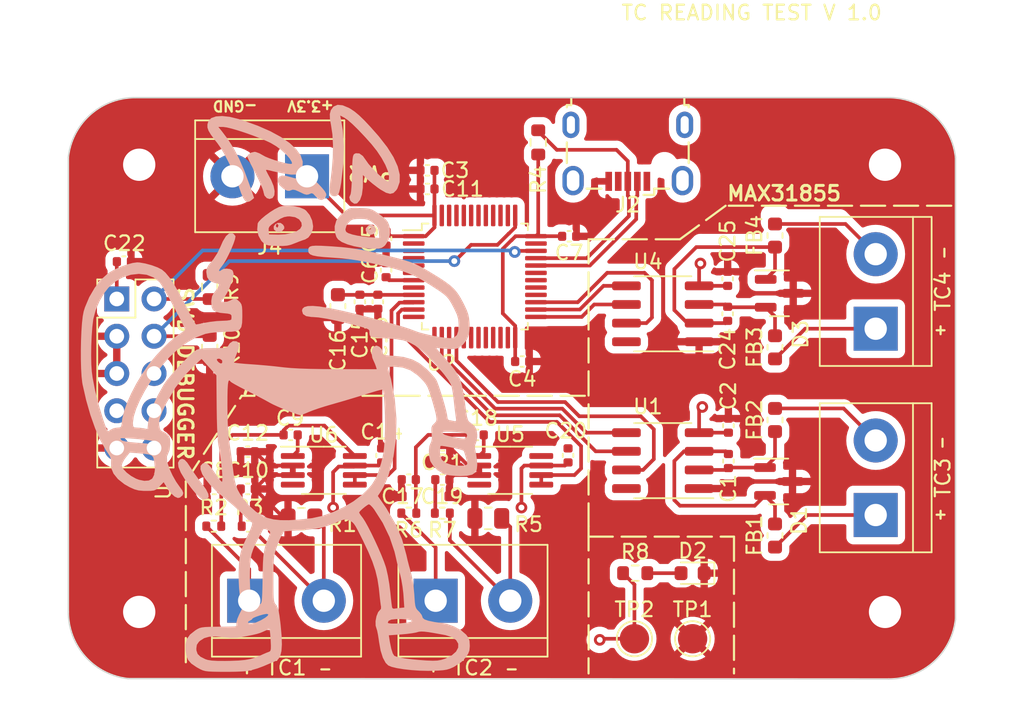
<source format=kicad_pcb>
(kicad_pcb (version 20221018) (generator pcbnew)
  (layers (0 "F.Cu" signal) (1 "In1.Cu" power "GND") (2 "In2.Cu" power "PWR") (31 "B.Cu" signal) (34 "B.Paste" user) (35 "F.Paste" user) (36 "B.SilkS" user "B.Silkscreen") (37 "F.SilkS" user "F.Silkscreen") (38 "B.Mask" user) (39 "F.Mask" user) (44 "Edge.Cuts" user))
  (net 0 "")
  (net 1 "Net-(U1-T+)")
  (net 2 "Net-(U1-T-)")
  (net 3 "+3.3V")
  (net 4 "GND")
  (net 5 "nRST")
  (net 6 "Net-(U6-+IN)")
  (net 7 "Net-(U6--IN)")
  (net 8 "Net-(U5-+IN)")
  (net 9 "Net-(U5--IN)")
  (net 10 "Net-(U4-T+)")
  (net 11 "Net-(U4-T-)")
  (net 12 "Net-(D2-A)")
  (net 13 "Net-(TC3-+)")
  (net 14 "Net-(TC3--)")
  (net 15 "Net-(TC4-+)")
  (net 16 "Net-(TC4--)")
  (net 18 "/D-")
  (net 19 "/D+")
  (net 22 "Net-(TC1--)")
  (net 23 "Net-(TC1-+)")
  (net 24 "Net-(TC2--)")
  (net 25 "Net-(TC2-+)")
  (net 26 "SWDIO")
  (net 27 "SWCLK")
  (net 28 "SCK_1")
  (net 29 "nCS_1")
  (net 30 "TC_digital_1")
  (net 37 "TC_Out1")
  (net 38 "TC_Out2")
  (net 47 "nCS_2")
  (net 48 "SCK_2")
  (net 49 "TC_digital_2")
  (footprint "Resistor_SMD:R_0805_2012Metric" (layer "F.Cu") (at 149.5063 110.4646)
    (fp_text reference "R5")
    (fp_text value "1M")
  )
  (footprint "Resistor_SMD:R_0402_1005Metric" (layer "F.Cu") (at 146.3776 110.109 180)
    (fp_text reference "R7")
    (fp_text value "100")
  )
  (footprint "MountingHole:MountingHole_2.2mm_M2" (layer "F.Cu") (at 125.73 116.84)
    (fp_text reference "REF**" hide)
    (fp_text value "MountingHole_2.2mm_M2")
  )
  (footprint "TerminalBlock:TerminalBlock_bornier-2_P5.08mm" (layer "F.Cu") (at 145.923 116.078)
    (fp_text reference "TC2")
    (fp_text value "Thermocouple")
  )
  (footprint "TerminalBlock:TerminalBlock_bornier-2_P5.08mm" (layer "F.Cu") (at 133.223 116.078)
    (fp_text reference "TC1")
    (fp_text value "Thermocouple")
  )
  (footprint "TestPoint:TestPoint_Pad_D2.0mm" (layer "F.Cu") (at 159.4612 118.6688)
    (fp_text reference "TP2")
    (fp_text value "TestPoint")
  )
  (footprint "Capacitor_SMD:C_0402_1005Metric" (layer "F.Cu") (at 130.838 108.458)
    (fp_text reference "C8")
    (fp_text value "100nF")
  )
  (footprint "MountingHole:MountingHole_2.2mm_M2" (layer "F.Cu") (at 176.53 116.84)
    (fp_text reference "REF**" hide)
    (fp_text value "MountingHole_2.2mm_M2")
  )
  (footprint "Inductor_SMD:L_0603_1608Metric" (layer "F.Cu") (at 169.037 98.806 90)
    (fp_text reference "FB3")
    (fp_text value "FerriteBead_Small")
  )
  (footprint "Capacitor_SMD:C_0402_1005Metric" (layer "F.Cu") (at 155.0162 91.2368)
    (fp_text reference "C7")
    (fp_text value "100nF")
  )
  (footprint "Connector_PinHeader_2.54mm:PinHeader_2x05_P2.54mm_Vertical" (layer "F.Cu") (at 124.201 95.509)
    (fp_text reference "U3")
    (fp_text value "~")
  )
  (footprint "Capacitor_SMD:C_0603_1608Metric" (layer "F.Cu") (at 139.2628 95.9944 -90)
    (fp_text reference "C16")
    (fp_text value "1uF")
  )
  (footprint "Resistor_SMD:R_0402_1005Metric" (layer "F.Cu") (at 133.223 110.998 180)
    (fp_text reference "R3")
    (fp_text value "100")
  )
  (footprint "Package_SO:MSOP-8_3x3mm_P0.65mm" (layer "F.Cu") (at 151.003 107.188)
    (fp_text reference "U5")
    (fp_text value "~")
  )
  (footprint "TerminalBlock:TerminalBlock_bornier-2_P5.08mm" (layer "F.Cu") (at 175.895 97.536 90)
    (fp_text reference "TC4")
    (fp_text value "Thermocouple")
  )
  (footprint "Capacitor_SMD:C_0402_1005Metric" (layer "F.Cu") (at 136.045 104.775)
    (fp_text reference "C9")
    (fp_text value "100nF")
  )
  (footprint "Capacitor_SMD:C_0402_1005Metric" (layer "F.Cu") (at 165.862 104.1426 90)
    (fp_text reference "C2")
    (fp_text value "100nF")
  )
  (footprint "Resistor_SMD:R_0402_1005Metric" (layer "F.Cu") (at 130.808 110.998)
    (fp_text reference "R2")
    (fp_text value "100")
  )
  (footprint "Capacitor_SMD:C_0402_1005Metric" (layer "F.Cu") (at 146.4056 105.4862 180)
    (fp_text reference "C21")
    (fp_text value "100nF")
  )
  (footprint "Capacitor_SMD:C_0402_1005Metric" (layer "F.Cu") (at 154.94 106.172 90)
    (fp_text reference "C20")
    (fp_text value "100nF")
  )
  (footprint "Resistor_SMD:R_0603_1608Metric" (layer "F.Cu") (at 152.908 84.836 90)
    (fp_text reference "R4")
    (fp_text value "1k5")
  )
  (footprint "Capacitor_SMD:C_0402_1005Metric" (layer "F.Cu") (at 133.1214 105.918 180)
    (fp_text reference "C12")
    (fp_text value "100nF")
  )
  (footprint "Capacitor_SMD:C_0402_1005Metric" (layer "F.Cu") (at 165.8112 94.135 90)
    (fp_text reference "C25")
    (fp_text value "100nF")
  )
  (footprint "Resistor_SMD:R_0603_1608Metric" (layer "F.Cu") (at 159.512 114.1984 180)
    (fp_text reference "R8")
    (fp_text value "1k5")
  )
  (footprint "TerminalBlock:TerminalBlock_bornier-2_P5.08mm" (layer "F.Cu") (at 137.16 87.1474 180)
    (fp_text reference "J4")
    (fp_text value "Conn_01x02_Pin")
  )
  (footprint "Resistor_SMD:R_0402_1005Metric" (layer "F.Cu") (at 144.0916 110.109)
    (fp_text reference "R6")
    (fp_text value "100")
  )
  (footprint "MountingHole:MountingHole_2.2mm_M2" (layer "F.Cu") (at 125.73 86.36)
    (fp_text reference "REF**" hide)
    (fp_text value "MountingHole_2.2mm_M2")
  )
  (footprint "TestPoint:TestPoint_Pad_D2.0mm" (layer "F.Cu") (at 163.4236 118.6688)
    (fp_text reference "TP1")
    (fp_text value "TestPoint")
  )
  (footprint "Capacitor_SMD:C_0402_1005Metric" (layer "F.Cu") (at 142.5448 93.5456 90)
    (fp_text reference "C6")
    (fp_text value "100nF")
  )
  (footprint "Capacitor_SMD:C_0402_1005Metric" (layer "F.Cu") (at 144.0916 107.823)
    (fp_text reference "C17")
    (fp_text value "100nF")
  )
  (footprint "Capacitor_SMD:C_0402_1005Metric" (layer "F.Cu") (at 145.3642 88.011 180)
    (fp_text reference "C11")
    (fp_text value "100nF")
  )
  (footprint "Capacitor_SMD:C_0402_1005Metric" (layer "F.Cu") (at 165.862 106.5556 -90)
    (fp_text reference "C1")
    (fp_text value "10nF")
  )
  (footprint "Package_QFP:LQFP-48_7x7mm_P0.5mm" (layer "F.Cu") (at 148.59 93.98)
    (fp_text reference "U2")
    (fp_text value "~")
  )
  (footprint "LED_SMD:LED_0603_1608Metric" (layer "F.Cu") (at 163.4236 114.1984 180)
    (fp_text reference "D2")
    (fp_text value "LED")
  )
  (footprint "Capacitor_SMD:C_0402_1005Metric" (layer "F.Cu") (at 141.986 95.6994 -90)
    (fp_text reference "C13")
    (fp_text value "10nF")
  )
  (footprint "Capacitor_SMD:C_0402_1005Metric" (layer "F.Cu") (at 142.5448 91.3892 -90)
    (fp_text reference "C5")
    (fp_text value "100nF")
  )
  (footprint "Capacitor_SMD:C_0402_1005Metric" (layer "F.Cu") (at 165.8112 96.52 -90)
    (fp_text reference "C24")
    (fp_text value "10nF")
  )
  (footprint "Inductor_SMD:L_0603_1608Metric" (layer "F.Cu") (at 169.037 91.186 -90)
    (fp_text reference "FB4")
    (fp_text value "FerriteBead_Small")
  )
  (footprint "Package_SO:MSOP-8_3x3mm_P0.65mm" (layer "F.Cu") (at 138.303 107.188)
    (fp_text reference "U6")
    (fp_text value "~")
  )
  (footprint "Package_SO:SOIC-8_3.9x4.9mm_P1.27mm" (layer "F.Cu") (at 161.3916 106.5276 180)
    (fp_text reference "U1")
    (fp_text value "~")
  )
  (footprint "Capacitor_SMD:C_0402_1005Metric" (layer "F.Cu") (at 140.7614 95.6994 -90)
    (fp_text reference "C15")
    (fp_text value "100nF")
  )
  (footprint "Package_SO:SOIC-8_3.9x4.9mm_P1.27mm" (layer "F.Cu") (at 161.3916 96.52 180)
    (fp_text reference "U4")
    (fp_text value "~")
  )
  (footprint "Package_TO_SOT_SMD:SOT-23" (layer "F.Cu") (at 169.291 107.95)
    (fp_text reference "D1")
    (fp_text value "SZNUP2105L")
  )
  (footprint "Resistor_SMD:R_0603_1608Metric" (layer "F.Cu") (at 130.5306 94.6912 -90)
    (fp_text reference "R9")
    (fp_text value "100k")
  )
  (footprint "Resistor_SMD:R_0805_2012Metric" (layer "F.Cu") (at 136.779 110.49)
    (fp_text reference "R1")
    (fp_text value "1M")
  )
  (footprint "Connector_USB:USB_Micro-B_Wuerth_629105150521" (layer "F.Cu") (at 159.009 85.591 180)
    (fp_text reference "J2")
    (fp_text value "USB_B_Micro")
  )
  (footprint "Capacitor_SMD:C_0402_1005Metric" (layer "F.Cu") (at 124.6886 92.964 180)
    (fp_text reference "C22")
    (fp_text value "500nF")
  )
  (footprint "Resistor_SMD:R_0603_1608Metric" (layer "F.Cu") (at 130.5306 98.8568 90)
    (fp_text reference "R10")
    (fp_text value "100k")
  )
  (footprint "Capacitor_SMD:C_0402_1005Metric" (layer "F.Cu") (at 151.8158 99.7712)
    (fp_text reference "C4")
    (fp_text value "100nF")
  )
  (footprint "Package_TO_SOT_SMD:SOT-23" (layer "F.Cu") (at 169.3395 95.123)
    (fp_text reference "D3")
    (fp_text value "SZNUP2105L")
  )
  (footprint "Capacitor_SMD:C_0402_1005Metric" (layer "F.Cu") (at 142.24 106.172 90)
    (fp_text reference "C14")
    (fp_text value "100nF")
  )
  (footprint "Capacitor_SMD:C_0402_1005Metric" (layer "F.Cu") (at 148.717 104.775)
    (fp_text reference "C18")
    (fp_text value "100nF")
  )
  (footprint "Inductor_SMD:L_0603_1608Metric" (layer "F.Cu") (at 169.037 111.633 90)
    (fp_text reference "FB1")
    (fp_text value "FerriteBead_Small")
  )
  (footprint "Inductor_SMD:L_0603_1608Metric" (layer "F.Cu") (at 169.037 103.759 -90)
    (fp_text reference "FB2")
    (fp_text value "FerriteBead_Small")
  )
  (footprint "MountingHole:MountingHole_2.2mm_M2" (layer "F.Cu") (at 176.53 86.36)
    (fp_text reference "REF**" hide)
    (fp_text value "MountingHole_2.2mm_M2")
  )
  (footprint "Capacitor_SMD:C_0402_1005Metric" (layer "F.Cu") (at 133.124 108.458)
    (fp_text reference "C10")
    (fp_text value "100nF")
  )
  (footprint "Capacitor_SMD:C_0402_1005Metric" (layer "F.Cu") (at 145.3642 86.741 180)
    (fp_text reference "C3")
    (fp_text value "10uF")
  )
  (footprint "Capacitor_SMD:C_0402_1005Metric" (layer "F.Cu") (at 146.3776 107.823)
    (fp_text reference "C19")
    (fp_text value "100nF")
  )
  (footprint "TerminalBlock:TerminalBlock_bornier-2_P5.08mm" (layer "F.Cu") (at 175.895 110.236 90)
    (fp_text reference "TC3")
    (fp_text value "Thermocouple")
  )
  (footprint "me:petr" (layer "B.Cu") (at 137.748883 103.850568 180)
    (fp_text reference "G***" hide)
    (fp_text value "LOGO" hide)
  )
  (gr_line (start 156.337 111.7092) (end 166.243 111.7092) (stroke (width 0.15) (type dash)) (layer "F.SilkS"))
  (gr_line (start 165.6715 89.154) (end 162.56 91.44) (stroke (width 0.15) (type dash)) (layer "F.SilkS"))
  (gr_line (start 156.083 102.108) (end 132.715 102.108) (stroke (width 0.15) (type dash)) (layer "F.SilkS"))
  (gr_line (start 128.905 120.269) (end 128.905 107.95) (stroke (width 0.15) (type dash)) (layer "F.SilkS"))
  (gr_line (start 166.243 111.7092) (end 166.243 121.031) (stroke (width 0.15) (type dash)) (layer "F.SilkS"))
  (gr_line (start 162.56 91.44) (end 156.21 91.44) (stroke (width 0.15) (type dash)) (layer "F.SilkS"))
  (gr_line (start 156.337 110.998) (end 156.337 121.031) (stroke (width 0.15) (type dash)) (layer "F.SilkS"))
  (gr_line (start 181.0385 89.154) (end 165.6715 89.154) (stroke (width 0.15) (type dash)) (layer "F.SilkS"))
  (gr_line (start 128.905 107.95) (end 132.715 102.108) (stroke (width 0.15) (type dash)) (layer "F.SilkS"))
  (gr_line (start 156.337 91.44) (end 156.337 110.998) (stroke (width 0.15) (type dash)) (layer "F.SilkS"))
  (gr_arc (start 124.971107 121.384036) (mid 122.069275 119.889165) (end 120.904 116.84) (stroke (width 0.1)) (layer "Edge.Cuts"))
  (gr_arc (start 120.904 85.855107) (mid 122.398871 82.953275) (end 125.448036 81.788) (stroke (width 0.1)) (layer "Edge.Cuts"))
  (gr_line (start 125.448036 81.788) (end 176.784 81.788) (stroke (width 0.1)) (layer "Edge.Cuts"))
  (gr_arc (start 181.328036 117.344893) (mid 179.833165 120.246725) (end 176.784 121.412) (stroke (width 0.1)) (layer "Edge.Cuts"))
  (gr_line (start 176.784 121.412) (end 124.971107 121.384036) (stroke (width 0.1)) (layer "Edge.Cuts"))
  (gr_line (start 181.328036 85.852) (end 181.328036 117.344893) (stroke (width 0.1)) (layer "Edge.Cuts"))
  (gr_arc (start 176.784 81.788) (mid 179.833013 82.951227) (end 181.328036 85.852) (stroke (width 0.1)) (layer "Edge.Cuts"))
  (gr_line (start 120.904 85.855107) (end 120.904 116.84) (stroke (width 0.1)) (layer "Edge.Cuts"))
  (gr_text "PWR" (at 143.256 86.36 180) (layer "F.SilkS") (effects (font (size 1 1) (thickness 0.2) bold) (justify left bottom)))
  (gr_text "+" (at 180.848 97.282 180) (layer "F.SilkS") (effects (font (size 0.7 0.7) (thickness 0.153) bold) (justify left bottom)))
  (gr_text "MAX31855" (at 165.6715 88.9) (layer "F.SilkS") (effects (font (size 1 1) (thickness 0.2) bold) (justify left bottom)))
  (gr_text "-" (at 180.086 104.775 -90) (layer "F.SilkS") (effects (font (size 0.7 0.7) (thickness 0.153) bold) (justify left bottom)))
  (gr_text "AD8495" (at 132.715 102.108) (layer "F.SilkS") (effects (font (size 1 1) (thickness 0.2) bold) (justify left bottom)))
  (gr_text "-" (at 138.938 120.396 180) (layer "F.SilkS") (effects (font (size 0.7 0.7) (thickness 0.153) bold) (justify left bottom)))
  (gr_text "TC READING TEST V 1.0" (at 158.496 76.581) (layer "F.SilkS") (effects (font (size 1 1)) (justify left bottom)))
  (gr_text "SWD DEBUGGER" (at 128.27 100.589 270) (layer "F.SilkS") (effects (font (size 1 1) (thickness 0.2) bold) (justify bottom)))
  (gr_text "+" (at 146.304 120.269 180) (layer "F.SilkS") (effects (font (size 0.7 0.7) (thickness 0.153) bold) (justify left bottom)))
  (gr_text "+" (at 133.604 120.396 180) (layer "F.SilkS") (effects (font (size 0.7 0.7) (thickness 0.153) bold) (justify left bottom)))
  (gr_text "+3.3V" (at 139.065 81.9404 180) (layer "F.SilkS") (effects (font (size 0.7 0.7) (thickness 0.153) bold) (justify left bottom)))
  (gr_text "-GND" (at 133.858 81.9404 180) (layer "F.SilkS") (effects (font (size 0.7 0.7) (thickness 0.153) bold) (justify left bottom)))
  (gr_text "+" (at 180.848 109.855 180) (layer "F.SilkS") (effects (font (size 0.7 0.7) (thickness 0.153) bold) (justify left bottom)))
  (gr_text "-" (at 180.213 91.821 -90) (layer "F.SilkS") (effects (font (size 0.7 0.7) (thickness 0.153) bold) (justify left bottom)))
  (gr_text "-" (at 151.638 120.396 180) (layer "F.SilkS") (effects (font (size 0.7 0.7) (thickness 0.153) bold) (justify left bottom)))
  (segment (start 163.8666 105.8926) (end 165.679 105.8926) (width 0.25) (layer "F.Cu") (net 1))
  (segment (start 163.8666 105.8926) (end 162.8394 105.8926) (width 0.25) (layer "F.Cu") (net 1))
  (segment (start 162.8394 105.8926) (end 162.179 106.553) (width 0.25) (layer "F.Cu") (net 1))
  (segment (start 162.179 106.553) (end 162.179 109.22) (width 0.25) (layer "F.Cu") (net 1))
  (segment (start 167.6525 109.601) (end 168.3535 108.9) (width 0.25) (layer "F.Cu") (net 1))
  (segment (start 162.179 109.22) (end 162.56 109.601) (width 0.25) (layer "F.Cu") (net 1))
  (segment (start 165.679 105.8926) (end 165.862 106.0756) (width 0.25) (layer "F.Cu") (net 1))
  (segment (start 169.037 109.5835) (end 168.3535 108.9) (width 0.25) (layer "F.Cu") (net 1))
  (segment (start 169.037 110.8455) (end 169.037 109.5835) (width 0.25) (layer "F.Cu") (net 1))
  (segment (start 162.56 109.601) (end 167.6525 109.601) (width 0.25) (layer "F.Cu") (net 1))
  (segment (start 163.8666 107.1626) (end 165.735 107.1626) (width 0.25) (layer "F.Cu") (net 2))
  (segment (start 165.862 107.0356) (end 165.8976 107) (width 0.25) (layer "F.Cu") (net 2))
  (segment (start 165.735 107.1626) (end 165.862 107.0356) (width 0.25) (layer "F.Cu") (net 2))
  (segment (start 169.037 106.3165) (end 168.3535 107) (width 0.25) (layer "F.Cu") (net 2))
  (segment (start 169.037 104.5465) (end 169.037 106.3165) (width 0.25) (layer "F.Cu") (net 2))
  (segment (start 165.8976 107) (end 168.3535 107) (width 0.25) (layer "F.Cu") (net 2))
  (segment (start 139.2734 95.23) (end 139.2628 95.2194) (width 0.25) (layer "F.Cu") (net 3))
  (segment (start 163.8666 94.615) (end 163.8666 93.1814) (width 0.25) (layer "F.Cu") (net 3))
  (segment (start 140.3445 106.934) (end 140.4155 106.863) (width 0.25) (layer "F.Cu") (net 3))
  (segment (start 154.729 106.863) (end 154.94 106.652) (width 0.25) (layer "F.Cu") (net 3))
  (segment (start 139.319 106.934) (end 140.3445 106.934) (width 0.25) (layer "F.Cu") (net 3))
  (segment (start 151.963 106.863) (end 153.1155 106.863) (width 0.25) (layer "F.Cu") (net 3))
  (segment (start 153.1155 106.863) (end 154.729 106.863) (width 0.25) (layer "F.Cu") (net 3))
  (segment (start 151.765 109.728) (end 151.765 107.061) (width 0.25) (layer "F.Cu") (net 3))
  (segment (start 138.938 109.728) (end 138.938 107.315) (width 0.25) (layer "F.Cu") (net 3))
  (segment (start 151.34 97.339315) (end 151.34 98.1425) (width 0.25) (layer "F.Cu") (net 3))
  (segment (start 165.862 104.6226) (end 163.8666 104.6226) (width 0.25) (layer "F.Cu") (net 3))
  (segment (start 145.84 89.8175) (end 139.8301 89.8175) (width 0.25) (layer "F.Cu") (net 3))
  (segment (start 140.4155 106.863) (end 142.029 106.863) (width 0.25) (layer "F.Cu") (net 3))
  (segment (start 151.34 98.1425) (end 151.34 99.767) (width 0.25) (layer "F.Cu") (net 3))
  (segment (start 152.7525 91.23) (end 151.367081 91.23) (width 0.25) (layer "F.Cu") (net 3))
  (segment (start 163.8666 103.0874) (end 163.8666 104.6226) (width 0.25) (layer "F.Cu") (net 3))
  (segment (start 150.495 96.494315) (end 151.34 97.339315) (width 0.25) (layer "F.Cu") (net 3))
  (segment (start 145.244 91.23) (end 145.84 90.634) (width 0.25) (layer "F.Cu") (net 3))
  (segment (start 151.765 107.061) (end 151.963 106.863) (width 0.25) (layer "F.Cu") (net 3))
  (segment (start 158.687 114.1984) (end 159.4612 114.9726) (width 0.25) (layer "F.Cu") (net 3))
  (segment (start 152.908 85.661) (end 152.908 91.0745) (width 0.25) (layer "F.Cu") (net 3))
  (segment (start 152.7525 91.23) (end 154.5294 91.23) (width 0.25) (layer "F.Cu") (net 3))
  (segment (start 151.092081 91.505) (end 151.083695 91.505) (width 0.25) (layer "F.Cu") (net 3))
  (segment (start 157.1752 118.6688) (end 157.099 118.745) (width 0.25) (layer "F.Cu") (net 3))
  (segment (start 159.4612 114.9726) (end 159.4612 118.6688) (width 0.25) (layer "F.Cu") (net 3))
  (segment (start 138.938 107.315) (end 139.319 106.934) (width 0.25) (layer "F.Cu") (net 3))
  (segment (start 139.8301 89.8175) (end 137.16 87.1474) (width 0.25) (layer "F.Cu") (net 3))
  (segment (start 144.4275 95.23) (end 139.2734 95.23) (width 0.25) (layer "F.Cu") (net 3))
  (segment (start 159.4612 118.6688) (end 157.1752 118.6688) (width 0.25) (layer "F.Cu") (net 3))
  (segment (start 142.8656 91.23) (end 142.5448 90.9092) (width 0.25) (layer "F.Cu") (net 3))
  (segment (start 144.4275 91.23) (end 145.244 91.23) (width 0.25) (layer "F.Cu") (net 3))
  (segment (start 151.34 99.767) (end 151.3358 99.7712) (width 0.25) (layer "F.Cu") (net 3))
  (segment (start 154.5294 91.23) (end 154.5362 91.2368) (width 0.25) (layer "F.Cu") (net 3))
  (segment (start 145.84 86.7452) (end 145.8442 86.741) (width 0.25) (layer "F.Cu") (net 3))
  (segment (start 142.029 106.863) (end 142.24 106.652) (width 0.25) (layer "F.Cu") (net 3))
  (segment (start 144.4275 91.23) (end 142.8656 91.23) (width 0.25) (layer "F.Cu") (net 3))
  (segment (start 124.201 95.509) (end 124.201 92.9716) (width 0.25) (layer "F.Cu") (net 3))
  (segment (start 145.84 89.8175) (end 145.84 86.7452) (width 0.25) (layer "F.Cu") (net 3))
  (segment (start 145.84 90.634) (end 145.84 89.8175) (width 0.25) (layer "F.Cu") (net 3))
  (segment (start 151.367081 91.23) (end 151.092081 91.505) (width 0.25) (layer "F.Cu") (net 3))
  (segment (start 164.084 102.87) (end 163.8666 103.0874) (width 0.25) (layer "F.Cu") (net 3))
  (segment (start 163.8666 94.615) (end 165.8112 94.615) (width 0.25) (layer "F.Cu") (net 3))
  (segment (start 163.8666 93.1814) (end 163.957 93.091) (width 0.25) (layer "F.Cu") (net 3))
  (segment (start 124.201 92.9716) (end 124.2086 92.964) (width 0.25) (layer "F.Cu") (net 3))
  (segment (start 151.083695 91.505) (end 150.495 92.093695) (width 0.25) (layer "F.Cu") (net 3))
  (segment (start 150.495 92.093695) (end 150.495 96.494315) (width 0.25) (layer "F.Cu") (net 3))
  (segment (start 152.908 91.0745) (end 152.7525 91.23) (width 0.25) (layer "F.Cu") (net 3))
  (via blind (at 164.084 102.87) (size 0.8) (drill 0.4) (layers "F.Cu" "In2.Cu") (net 3))
  (via blind (at 151.765 109.728) (size 0.8) (drill 0.4) (layers "F.Cu" "In2.Cu") (net 3))
  (via blind (at 138.938 109.728) (size 0.8) (drill 0.4) (layers "F.Cu" "In2.Cu") (net 3))
  (via blind (at 157.099 118.745) (size 0.8) (drill 0.4) (layers "F.Cu" "In2.Cu") (net 3))
  (via blind (at 163.957 93.091) (size 0.8) (drill 0.4) (layers "F.Cu" "In2.Cu") (net 3))
  (segment (start 133.6014 105.918) (end 134.5464 106.863) (width 0.25) (layer "F.Cu") (net 4))
  (segment (start 147.1676 107.513) (end 148.8905 107.513) (width 0.25) (layer "F.Cu") (net 4))
  (segment (start 146.8856 105.621641) (end 148.126959 106.863) (width 0.25) (layer "F.Cu") (net 4))
  (segment (start 135.636 110.49) (end 135.8665 110.49) (width 0.25) (layer "F.Cu") (net 4))
  (segment (start 134.549 107.513) (end 136.1905 107.513) (width 0.25) (layer "F.Cu") (net 4))
  (segment (start 133.604 108.458) (end 135.636 110.49) (width 0.25) (layer "F.Cu") (net 4))
  (segment (start 146.8856 105.4862) (end 146.8856 105.621641) (width 0.25) (layer "F.Cu") (net 4))
  (segment (start 136.1905 106.863) (end 136.1905 107.513) (width 0.25) (layer "F.Cu") (net 4))
  (segment (start 146.8576 107.823) (end 147.1676 107.513) (width 0.25) (layer "F.Cu") (net 4))
  (segment (start 133.604 108.458) (end 134.549 107.513) (width 0.25) (layer "F.Cu") (net 4))
  (segment (start 148.8905 107.513) (end 148.8905 106.863) (width 0.25) (layer "F.Cu") (net 4))
  (segment (start 148.126959 106.863) (end 148.8905 106.863) (width 0.25) (layer "F.Cu") (net 4))
  (segment (start 134.5464 106.863) (end 136.1905 106.863) (width 0.25) (layer "F.Cu") (net 4))
  (segment (start 142.7492 94.23) (end 142.5448 94.0256) (width 0.25) (layer "F.Cu") (net 5))
  (segment (start 144.4275 94.23) (end 142.7492 94.23) (width 0.25) (layer "F.Cu") (net 5))
  (segment (start 131.318 105.537) (end 132.08 104.775) (width 0.25) (layer "F.Cu") (net 6))
  (segment (start 135.565 104.775) (end 135.565 104.465) (width 0.25) (layer "F.Cu") (net 6))
  (segment (start 135.89 104.14) (end 138.3425 104.14) (width 0.25) (layer "F.Cu") (net 6))
  (segment (start 138.3425 104.14) (end 140.4155 106.213) (width 0.25) (layer "F.Cu") (net 6))
  (segment (start 131.318 110.998) (end 131.318 108.458) (width 0.25) (layer "F.Cu") (net 6))
  (segment (start 131.318 108.458) (end 131.318 105.537) (width 0.25) (layer "F.Cu") (net 6))
  (segment (start 132.08 104.775) (end 135.565 104.775) (width 0.25) (layer "F.Cu") (net 6))
  (segment (start 135.565 104.465) (end 135.89 104.14) (width 0.25) (layer "F.Cu") (net 6))
  (segment (start 136.525 104.775) (end 136.525 105.8785) (width 0.25) (layer "F.Cu") (net 7))
  (segment (start 132.644 108.458) (end 132.644 110.929) (width 0.25) (layer "F.Cu") (net 7))
  (segment (start 132.644 110.929) (end 132.713 110.998) (width 0.25) (layer "F.Cu") (net 7))
  (segment (start 136.525 105.8785) (end 136.1905 106.213) (width 0.25) (layer "F.Cu") (net 7))
  (segment (start 144.5716 107.823) (end 144.5716 110.079) (width 0.25) (layer "F.Cu") (net 8))
  (segment (start 144.5716 105.6184) (end 145.415 104.775) (width 0.25) (layer "F.Cu") (net 8))
  (segment (start 145.415 104.775) (end 148.237 104.775) (width 0.25) (layer "F.Cu") (net 8))
  (segment (start 144.5716 107.823) (end 144.5716 105.6184) (width 0.25) (layer "F.Cu") (net 8))
  (segment (start 144.5716 110.079) (end 144.6016 110.109) (width 0.25) (layer "F.Cu") (net 8))
  (segment (start 149.197 104.775) (end 149.197 105.9065) (width 0.25) (layer "F.Cu") (net 9))
  (segment (start 145.8976 107.823) (end 145.8976 110.079) (width 0.25) (layer "F.Cu") (net 9))
  (segment (start 149.197 105.9065) (end 148.8905 106.213) (width 0.25) (layer "F.Cu") (net 9))
  (segment (start 145.8976 110.079) (end 145.8676 110.109) (width 0.25) (layer "F.Cu") (net 9))
  (segment (start 163.8666 95.885) (end 165.6562 95.885) (width 0.25) (layer "F.Cu") (net 10))
  (segment (start 165.6562 95.885) (end 165.8112 96.04) (width 0.25) (layer "F.Cu") (net 10))
  (segment (start 169.037 98.0185) (end 169.037 96.708) (width 0.25) (layer "F.Cu") (net 10))
  (segment (start 165.8112 96.04) (end 165.8442 96.073) (width 0.25) (layer "F.Cu") (net 10))
  (segment (start 169.037 96.708) (end 168.402 96.073) (width 0.25) (layer "F.Cu") (net 10))
  (segment (start 165.8442 96.073) (end 168.402 96.073) (width 0.25) (layer "F.Cu") (net 10))
  (segment (start 162.179 96.266) (end 163.068 97.155) (width 0.25) (layer "F.Cu") (net 11))
  (segment (start 163.8666 97.155) (end 165.6562 97.155) (width 0.25) (layer "F.Cu") (net 11))
  (segment (start 162.179 93.472) (end 162.179 96.266) (width 0.25) (layer "F.Cu") (net 11))
  (segment (start 168.402 94.173) (end 169.037 93.538) (width 0.25) (layer "F.Cu") (net 11))
  (segment (start 163.6775 91.9735) (end 162.179 93.472) (width 0.25) (layer "F.Cu") (net 11))
  (segment (start 163.068 97.155) (end 163.8666 97.155) (width 0.25) (layer "F.Cu") (net 11))
  (segment (start 169.037 93.538) (end 169.037 91.9735) (width 0.25) (layer "F.Cu") (net 11))
  (segment (start 165.6562 97.155) (end 165.8112 97) (width 0.25) (layer "F.Cu") (net 11))
  (segment (start 169.037 91.9735) (end 163.6775 91.9735) (width 0.25) (layer "F.Cu") (net 11))
  (segment (start 160.337 114.1984) (end 162.6361 114.1984) (width 0.25) (layer "F.Cu") (net 12))
  (segment (start 171.2215 110.236) (end 175.895 110.236) (width 0.25) (layer "F.Cu") (net 13))
  (segment (start 169.037 112.4205) (end 171.2215 110.236) (width 0.25) (layer "F.Cu") (net 13))
  (segment (start 173.7105 102.9715) (end 175.895 105.156) (width 0.25) (layer "F.Cu") (net 14))
  (segment (start 169.037 102.9715) (end 173.7105 102.9715) (width 0.25) (layer "F.Cu") (net 14))
  (segment (start 175.895 97.536) (end 171.0945 97.536) (width 0.25) (layer "F.Cu") (net 15))
  (segment (start 171.0945 97.536) (end 169.037 99.5935) (width 0.25) (layer "F.Cu") (net 15))
  (segment (start 169.037 90.3985) (end 173.8375 90.3985) (width 0.25) (layer "F.Cu") (net 16))
  (segment (start 173.8375 90.3985) (end 175.895 92.456) (width 0.25) (layer "F.Cu") (net 16))
  (segment (start 159.584 88.541001) (end 159.584 90.070554) (width 0.25) (layer "F.Cu") (net 18))
  (segment (start 159.659 87.491) (end 159.659 88.466001) (width 0.25) (layer "F.Cu") (net 18))
  (segment (start 159.659 88.466001) (end 159.584 88.541001) (width 0.25) (layer "F.Cu") (net 18))
  (segment (start 156.424554 93.23) (end 152.7525 93.23) (width 0.25) (layer "F.Cu") (net 18))
  (segment (start 159.584 90.070554) (end 156.424554 93.23) (width 0.25) (layer "F.Cu") (net 18))
  (segment (start 159.009 87.491) (end 159.009 88.466001) (width 0.25) (layer "F.Cu") (net 19))
  (segment (start 152.908 84.011) (end 152.908 84.074) (width 0.25) (layer "F.Cu") (net 19))
  (segment (start 154.178 85.344) (end 158.242 85.344) (width 0.25) (layer "F.Cu") (net 19))
  (segment (start 159.084 89.863446) (end 156.217446 92.73) (width 0.25) (layer "F.Cu") (net 19))
  (segment (start 156.217446 92.73) (end 152.7525 92.73) (width 0.25) (layer "F.Cu") (net 19))
  (segment (start 159.084 88.541001) (end 159.084 89.863446) (width 0.25) (layer "F.Cu") (net 19))
  (segment (start 159.009 88.466001) (end 159.084 88.541001) (width 0.25) (layer "F.Cu") (net 19))
  (segment (start 152.908 84.074) (end 154.178 85.344) (width 0.25) (layer "F.Cu") (net 19))
  (segment (start 159.009 86.111) (end 159.009 87.491) (width 0.25) (layer "F.Cu") (net 19))
  (segment (start 158.242 85.344) (end 159.009 86.111) (width 0.25) (layer "F.Cu") (net 19))
  (segment (start 137.6915 110.49) (end 138.303 111.1015) (width 0.25) (layer "F.Cu") (net 22))
  (segment (start 138.303 111.1015) (end 138.303 116.078) (width 0.25) (layer "F.Cu") (net 22))
  (segment (start 133.733 110.998) (end 133.733 111.508) (width 0.25) (layer "F.Cu") (net 22))
  (segment (start 133.733 111.508) (end 138.303 116.078) (width 0.25) (layer "F.Cu") (net 22))
  (segment (start 133.223 113.923) (end 133.223 116.078) (width 0.25) (layer "F.Cu") (net 23))
  (segment (start 131.953 116.078) (end 133.223 116.078) (width 0.25) (layer "F.Cu") (net 23))
  (segment (start 130.298 110.998) (end 133.223 113.923) (width 0.25) (layer "F.Cu") (net 23))
  (segment (start 146.8876 111.9626) (end 151.003 116.078) (width 0.25) (layer "F.Cu") (net 24))
  (segment (start 150.4188 110.4646) (end 151.003 111.0488) (width 0.25) (layer "F.Cu") (net 24))
  (segment (start 146.8876 110.109) (end 146.8876 111.9626) (width 0.25) (layer "F.Cu") (net 24))
  (segment (start 151.003 111.0488) (end 151.003 116.078) (width 0.25) (layer "F.Cu") (net 24))
  (segment (start 145.923 112.4504) (end 145.923 116.078) (width 0.25) (layer "F.Cu") (net 25))
  (segment (start 143.5816 110.109) (end 145.923 112.4504) (width 0.25) (layer "F.Cu") (net 25))
  (segment (start 130.5234 95.509) (end 130.5306 95.5162) (width 0.25) (layer "F.Cu") (net 26))
  (segment (start 151.383293 92.23) (end 152.7525 92.23) (width 0.25) (layer "F.Cu") (net 26))
  (segment (start 126.741 95.509) (end 130.5234 95.509) (width 0.25) (layer "F.Cu") (net 26))
  (segment (start 151.308986 92.304307) (end 151.383293 92.23) (width 0.25) (layer "F.Cu") (net 26))
  (via (at 151.308986 92.304307) (size 0.8) (drill 0.4) (layers "F.Cu" "B.Cu") (net 26))
  (segment (start 151.308986 92.304307) (end 151.206679 92.202) (width 0.25) (layer "B.Cu") (net 26))
  (segment (start 130.048 92.202) (end 126.741 95.509) (width 0.25) (layer "B.Cu") (net 26))
  (segment (start 151.206679 92.202) (end 130.048 92.202) (width 0.25) (layer "B.Cu") (net 26))
  (segment (start 150.131299 91.821) (end 150.897299 91.055) (width 0.25) (layer "F.Cu") (net 27))
  (segment (start 147.193 92.9265) (end 147.2305 92.9265) (width 0.25) (layer "F.Cu") (net 27))
  (segment (start 130.5134 98.049) (end 130.5306 98.0318) (width 0.25) (layer "F.Cu") (net 27))
  (segment (start 150.905685 91.055) (end 151.34 90.620685) (width 0.25) (layer "F.Cu") (net 27))
  (segment (start 126.741 98.049) (end 130.5134 98.049) (width 0.25) (layer "F.Cu") (net 27))
  (segment (start 148.336 91.821) (end 150.131299 91.821) (width 0.25) (layer "F.Cu") (net 27))
  (segment (start 147.2305 92.9265) (end 148.336 91.821) (width 0.25) (layer "F.Cu") (net 27))
  (segment (start 151.34 90.620685) (end 151.34 89.8175) (width 0.25) (layer "F.Cu") (net 27))
  (segment (start 150.897299 91.055) (end 150.905685 91.055) (width 0.25) (layer "F.Cu") (net 27))
  (via (at 147.193 92.9265) (size 0.8) (drill 0.4) (layers "F.Cu" "B.Cu") (net 27))
  (segment (start 131.8635 92.9265) (end 126.741 98.049) (width 0.25) (layer "B.Cu") (net 27))
  (segment (start 147.193 92.9265) (end 131.8635 92.9265) (width 0.25) (layer "B.Cu") (net 27))
  (segment (start 149.978792 102.986) (end 154.550792 102.986) (width 0.25) (layer "F.Cu") (net 28))
  (segment (start 156.187392 104.6226) (end 158.9166 104.6226) (width 0.25) (layer "F.Cu") (net 28))
  (segment (start 146.84 98.1425) (end 146.84 99.847208) (width 0.25) (layer "F.Cu") (net 28))
  (segment (start 146.84 99.847208) (end 149.978792 102.986) (width 0.25) (layer "F.Cu") (net 28))
  (segment (start 154.550792 102.986) (end 156.187392 104.6226) (width 0.25) (layer "F.Cu") (net 28))
  (segment (start 149.792396 103.436) (end 154.364396 103.436) (width 0.25) (layer "F.Cu") (net 29))
  (segment (start 146.34 98.1425) (end 146.34 99.983604) (width 0.25) (layer "F.Cu") (net 29))
  (segment (start 154.364396 103.436) (end 156.820996 105.8926) (width 0.25) (layer "F.Cu") (net 29))
  (segment (start 146.34 99.983604) (end 149.792396 103.436) (width 0.25) (layer "F.Cu") (net 29))
  (segment (start 156.820996 105.8926) (end 158.9166 105.8926) (width 0.25) (layer "F.Cu") (net 29))
  (segment (start 147.34 98.1425) (end 147.34 99.710812) (width 0.25) (layer "F.Cu") (net 30))
  (segment (start 160.782 106.426) (end 160.0454 107.1626) (width 0.25) (layer "F.Cu") (net 30))
  (segment (start 159.893 103.505) (end 160.782 104.394) (width 0.25) (layer "F.Cu") (net 30))
  (segment (start 160.0454 107.1626) (end 158.9166 107.1626) (width 0.25) (layer "F.Cu") (net 30))
  (segment (start 155.706188 103.505) (end 159.893 103.505) (width 0.25) (layer "F.Cu") (net 30))
  (segment (start 160.782 104.394) (end 160.782 106.426) (width 0.25) (layer "F.Cu") (net 30))
  (segment (start 150.165188 102.536) (end 154.737188 102.536) (width 0.25) (layer "F.Cu") (net 30))
  (segment (start 147.34 99.710812) (end 150.165188 102.536) (width 0.25) (layer "F.Cu") (net 30))
  (segment (start 154.737188 102.536) (end 155.706188 103.505) (width 0.25) (layer "F.Cu") (net 30))
  (segment (start 142.677 107.513) (end 143.129 107.061) (width 0.25) (layer "F.Cu") (net 37))
  (segment (start 140.4155 108.163) (end 140.4155 107.513) (width 0.25) (layer "F.Cu") (net 37))
  (segment (start 143.462919 95.755) (end 144.4025 95.755) (width 0.25) (layer "F.Cu") (net 37))
  (segment (start 143.129 105.156) (end 142.915 104.942) (width 0.25) (layer "F.Cu") (net 37))
  (segment (start 144.4025 95.755) (end 144.4275 95.73) (width 0.25) (layer "F.Cu") (net 37))
  (segment (start 143.129 107.061) (end 143.129 105.156) (width 0.25) (layer "F.Cu") (net 37))
  (segment (start 140.4155 107.513) (end 142.677 107.513) (width 0.25) (layer "F.Cu") (net 37))
  (segment (start 142.915 96.302919) (end 143.462919 95.755) (width 0.25) (layer "F.Cu") (net 37))
  (segment (start 142.915 104.942) (end 142.915 96.302919) (width 0.25) (layer "F.Cu") (net 37))
  (segment (start 155.829 107.061) (end 155.829 105.537) (width 0.25) (layer "F.Cu") (net 38))
  (segment (start 153.1155 107.513) (end 155.377 107.513) (width 0.25) (layer "F.Cu") (net 38))
  (segment (start 149.606 103.886) (end 143.365 97.645) (width 0.25) (layer "F.Cu") (net 38))
  (segment (start 153.1155 107.513) (end 153.1155 108.163) (width 0.25) (layer "F.Cu") (net 38))
  (segment (start 143.624315 96.23) (end 144.4275 96.23) (width 0.25) (layer "F.Cu") (net 38))
  (segment (start 143.365 97.645) (end 143.365 96.489315) (width 0.25) (layer "F.Cu") (net 38))
  (segment (start 155.829 105.537) (end 154.178 103.886) (width 0.25) (layer "F.Cu") (net 38))
  (segment (start 155.377 107.513) (end 155.829 107.061) (width 0.25) (layer "F.Cu") (net 38))
  (segment (start 143.365 96.489315) (end 143.624315 96.23) (width 0.25) (layer "F.Cu") (net 38))
  (segment (start 154.178 103.886) (end 149.606 103.886) (width 0.25) (layer "F.Cu") (net 38))
  (segment (start 156.720792 95.885) (end 158.9166 95.885) (width 0.25) (layer "F.Cu") (net 47))
  (segment (start 155.875792 96.73) (end 156.720792 95.885) (width 0.25) (layer "F.Cu") (net 47))
  (segment (start 152.7525 96.73) (end 155.875792 96.73) (width 0.25) (layer "F.Cu") (net 47))
  (segment (start 155.739396 96.23) (end 157.354396 94.615) (width 0.25) (layer "F.Cu") (net 48))
  (segment (start 152.7525 96.23) (end 155.739396 96.23) (width 0.25) (layer "F.Cu") (net 48))
  (segment (start 157.354396 94.615) (end 158.9166 94.615) (width 0.25) (layer "F.Cu") (net 48))
  (segment (start 152.7525 95.73) (end 155.603 95.73) (width 0.25) (layer "F.Cu") (net 49))
  (segment (start 160.655 96.774) (end 160.274 97.155) (width 0.25) (layer "F.Cu") (net 49))
  (segment (start 160.274 97.155) (end 158.9166 97.155) (width 0.25) (layer "F.Cu") (net 49))
  (segment (start 157.607 93.726) (end 160.147 93.726) (width 0.25) (layer "F.Cu") (net 49))
  (segment (start 155.603 95.73) (end 157.607 93.726) (width 0.25) (layer "F.Cu") (net 49))
  (segment (start 160.655 94.234) (end 160.655 96.774) (width 0.25) (layer "F.Cu") (net 49))
  (segment (start 160.147 93.726) (end 160.655 94.234) (width 0.25) (layer "F.Cu") (net 49))
  (zone (net 4) (net_name "GND") (layer "F.Cu") (priority 2) (connect_pads (clearance 0.5)) (min_thickness 0.25) (fill yes (thermal_gap 0.5) (thermal_bridge_width 0.5))
    (polygon (pts (xy 118.237 79.883) (xy 117.856 123.825) (xy 184.658 124.333) (xy 184.531 80.137) (xy 118.11 79.756)))
  )
)
</source>
